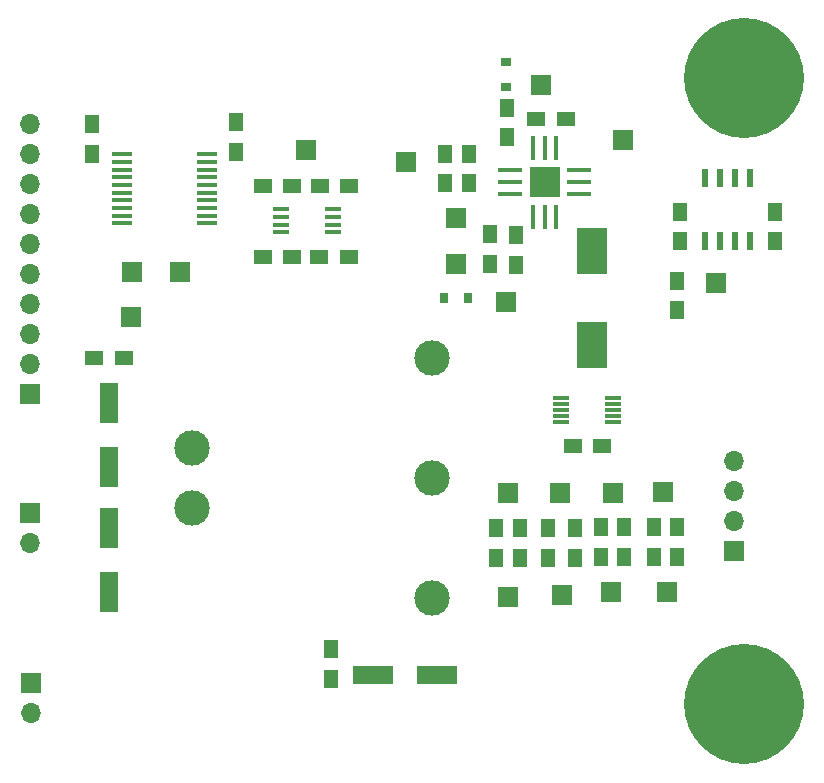
<source format=gbr>
%TF.GenerationSoftware,KiCad,Pcbnew,(5.1.8)-1*%
%TF.CreationDate,2020-12-02T17:51:50+01:00*%
%TF.ProjectId,board,626f6172-642e-46b6-9963-61645f706362,rev?*%
%TF.SameCoordinates,Original*%
%TF.FileFunction,Soldermask,Top*%
%TF.FilePolarity,Negative*%
%FSLAX46Y46*%
G04 Gerber Fmt 4.6, Leading zero omitted, Abs format (unit mm)*
G04 Created by KiCad (PCBNEW (5.1.8)-1) date 2020-12-02 17:51:50*
%MOMM*%
%LPD*%
G01*
G04 APERTURE LIST*
%ADD10O,1.700000X1.700000*%
%ADD11R,1.700000X1.700000*%
%ADD12R,1.500000X1.250000*%
%ADD13R,1.600000X3.500000*%
%ADD14R,3.500000X1.600000*%
%ADD15R,1.250000X1.500000*%
%ADD16R,2.500000X4.000000*%
%ADD17R,0.800000X0.900000*%
%ADD18R,0.900000X0.800000*%
%ADD19C,10.160000*%
%ADD20C,3.000000*%
%ADD21R,1.750000X0.450000*%
%ADD22R,1.450000X0.450000*%
%ADD23R,1.400000X0.300000*%
%ADD24R,0.600000X1.550000*%
%ADD25C,0.600000*%
%ADD26R,2.000000X0.350000*%
%ADD27R,0.350000X2.000000*%
%ADD28R,2.500000X2.500000*%
G04 APERTURE END LIST*
D10*
%TO.C,J6*%
X114100000Y-68780000D03*
X114100000Y-71320000D03*
X114100000Y-73860000D03*
D11*
X114100000Y-76400000D03*
%TD*%
D12*
%TO.C,C1*%
X62450000Y-60100000D03*
X59950000Y-60100000D03*
%TD*%
D13*
%TO.C,C2*%
X61200000Y-74500000D03*
X61200000Y-79900000D03*
%TD*%
%TO.C,C3*%
X61200000Y-63900000D03*
X61200000Y-69300000D03*
%TD*%
D14*
%TO.C,C4*%
X83600000Y-86900000D03*
X89000000Y-86900000D03*
%TD*%
D15*
%TO.C,C5*%
X80000000Y-87250000D03*
X80000000Y-84750000D03*
%TD*%
%TO.C,C6*%
X59800000Y-42800000D03*
X59800000Y-40300000D03*
%TD*%
D12*
%TO.C,C7*%
X79000000Y-51500000D03*
X81500000Y-51500000D03*
%TD*%
D15*
%TO.C,C8*%
X72000000Y-40100000D03*
X72000000Y-42600000D03*
%TD*%
D12*
%TO.C,C9*%
X76750000Y-51500000D03*
X74250000Y-51500000D03*
%TD*%
%TO.C,C10*%
X103000000Y-67500000D03*
X100500000Y-67500000D03*
%TD*%
D16*
%TO.C,C11*%
X102100000Y-59000000D03*
X102100000Y-51000000D03*
%TD*%
D15*
%TO.C,C12*%
X109300000Y-53550000D03*
X109300000Y-56050000D03*
%TD*%
%TO.C,C13*%
X107350000Y-76900000D03*
X107350000Y-74400000D03*
%TD*%
%TO.C,C14*%
X104850000Y-74400000D03*
X104850000Y-76900000D03*
%TD*%
%TO.C,C15*%
X98400000Y-77000000D03*
X98400000Y-74500000D03*
%TD*%
%TO.C,C16*%
X96000000Y-74500000D03*
X96000000Y-77000000D03*
%TD*%
%TO.C,C17*%
X117600000Y-50200000D03*
X117600000Y-47700000D03*
%TD*%
D17*
%TO.C,D1*%
X89550000Y-55000000D03*
X91650000Y-55000000D03*
%TD*%
D18*
%TO.C,D2*%
X94800000Y-37150000D03*
X94800000Y-35050000D03*
%TD*%
D10*
%TO.C,J1*%
X54500000Y-40240000D03*
X54500000Y-42780000D03*
X54500000Y-45320000D03*
X54500000Y-47860000D03*
X54500000Y-50400000D03*
X54500000Y-52940000D03*
X54500000Y-55480000D03*
X54500000Y-58020000D03*
X54500000Y-60560000D03*
D11*
X54500000Y-63100000D03*
%TD*%
D10*
%TO.C,J2*%
X54500000Y-75740000D03*
D11*
X54500000Y-73200000D03*
%TD*%
%TO.C,J3*%
X54600000Y-87600000D03*
D10*
X54600000Y-90140000D03*
%TD*%
D19*
%TO.C,J4*%
X115000000Y-89400000D03*
%TD*%
%TO.C,J5*%
X115000000Y-36400000D03*
%TD*%
D12*
%TO.C,R1*%
X74250000Y-45500000D03*
X76750000Y-45500000D03*
%TD*%
%TO.C,R2*%
X79050000Y-45500000D03*
X81550000Y-45500000D03*
%TD*%
D15*
%TO.C,R3*%
X89700000Y-42800000D03*
X89700000Y-45300000D03*
%TD*%
%TO.C,R4*%
X91700000Y-45300000D03*
X91700000Y-42800000D03*
%TD*%
%TO.C,R5*%
X93500000Y-52100000D03*
X93500000Y-49600000D03*
%TD*%
D12*
%TO.C,R6*%
X99900000Y-39800000D03*
X97400000Y-39800000D03*
%TD*%
D15*
%TO.C,R7*%
X95700000Y-52200000D03*
X95700000Y-49700000D03*
%TD*%
%TO.C,R8*%
X94900000Y-41400000D03*
X94900000Y-38900000D03*
%TD*%
%TO.C,R9*%
X94000000Y-77000000D03*
X94000000Y-74500000D03*
%TD*%
%TO.C,R10*%
X100650000Y-77000000D03*
X100650000Y-74500000D03*
%TD*%
%TO.C,R11*%
X102850000Y-74400000D03*
X102850000Y-76900000D03*
%TD*%
%TO.C,R12*%
X109350000Y-76900000D03*
X109350000Y-74400000D03*
%TD*%
%TO.C,R13*%
X109600000Y-47700000D03*
X109600000Y-50200000D03*
%TD*%
D11*
%TO.C,TP1*%
X63100000Y-56600000D03*
%TD*%
%TO.C,TP2*%
X63200000Y-52800000D03*
%TD*%
%TO.C,TP3*%
X67200000Y-52800000D03*
%TD*%
%TO.C,TP4*%
X77900000Y-42500000D03*
%TD*%
%TO.C,TP5*%
X90600000Y-48200000D03*
%TD*%
%TO.C,TP6*%
X86400000Y-43500000D03*
%TD*%
%TO.C,TP7*%
X108100000Y-71400000D03*
%TD*%
%TO.C,TP8*%
X94800000Y-55300000D03*
%TD*%
%TO.C,TP9*%
X97800000Y-37000000D03*
%TD*%
%TO.C,TP10*%
X90600000Y-52100000D03*
%TD*%
%TO.C,TP11*%
X104700000Y-41600000D03*
%TD*%
%TO.C,TP12*%
X103900000Y-71500000D03*
%TD*%
%TO.C,TP13*%
X99400000Y-71500000D03*
%TD*%
%TO.C,TP14*%
X95000000Y-71500000D03*
%TD*%
%TO.C,TP15*%
X108500000Y-79900000D03*
%TD*%
%TO.C,TP16*%
X112600000Y-53700000D03*
%TD*%
%TO.C,TP17*%
X103700000Y-79900000D03*
%TD*%
%TO.C,TP18*%
X99600000Y-80100000D03*
%TD*%
%TO.C,TP19*%
X95000000Y-80300000D03*
%TD*%
D20*
%TO.C,U1*%
X88600000Y-60040000D03*
X88600000Y-70200000D03*
X88600000Y-80360000D03*
X68280000Y-72740000D03*
X68280000Y-67660000D03*
%TD*%
D21*
%TO.C,U2*%
X69550000Y-42825000D03*
X69550000Y-43475000D03*
X69550000Y-44125000D03*
X69550000Y-44775000D03*
X69550000Y-45425000D03*
X69550000Y-46075000D03*
X69550000Y-46725000D03*
X69550000Y-47375000D03*
X69550000Y-48025000D03*
X69550000Y-48675000D03*
X62350000Y-48675000D03*
X62350000Y-48025000D03*
X62350000Y-47375000D03*
X62350000Y-46725000D03*
X62350000Y-46075000D03*
X62350000Y-45425000D03*
X62350000Y-44775000D03*
X62350000Y-44125000D03*
X62350000Y-43475000D03*
X62350000Y-42825000D03*
%TD*%
D22*
%TO.C,U3*%
X75800000Y-49425000D03*
X75800000Y-48775000D03*
X75800000Y-48125000D03*
X75800000Y-47475000D03*
X80200000Y-47475000D03*
X80200000Y-48125000D03*
X80200000Y-48775000D03*
X80200000Y-49425000D03*
%TD*%
D23*
%TO.C,U4*%
X103900000Y-63500000D03*
X103900000Y-64000000D03*
X103900000Y-64500000D03*
X103900000Y-65000000D03*
X103900000Y-65500000D03*
X99500000Y-65500000D03*
X99500000Y-65000000D03*
X99500000Y-64500000D03*
X99500000Y-64000000D03*
X99500000Y-63500000D03*
%TD*%
D24*
%TO.C,U6*%
X115505000Y-50200000D03*
X114235000Y-50200000D03*
X112965000Y-50200000D03*
X111695000Y-50200000D03*
X111695000Y-44800000D03*
X112965000Y-44800000D03*
X114235000Y-44800000D03*
X115505000Y-44800000D03*
%TD*%
D25*
%TO.C,U5*%
X98100000Y-45200000D03*
D26*
X95200000Y-45200000D03*
X101000000Y-45200000D03*
X95200000Y-46200000D03*
D27*
X97100000Y-48100000D03*
X98100000Y-48100000D03*
X99100000Y-48100000D03*
D26*
X101000000Y-46200000D03*
X101000000Y-44200000D03*
D27*
X99100000Y-42300000D03*
X98100000Y-42300000D03*
X97100000Y-42300000D03*
D26*
X95200000Y-44200000D03*
D28*
X98100000Y-45200000D03*
D25*
X97600000Y-44700000D03*
X98600000Y-44700000D03*
X98600000Y-45700000D03*
X97600000Y-45700000D03*
%TD*%
M02*

</source>
